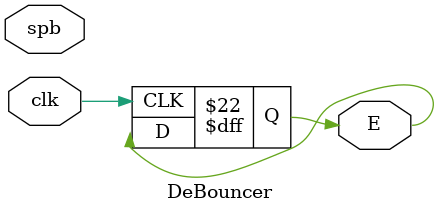
<source format=v>
`timescale 1ns / 1ps
module DeBouncer(clk, spb, E);
input spb,clk;
output reg E;
reg state=0;
reg SDC;
always @ (posedge clk)
begin
case (state)
0://SD0
begin
if(spb) begin SDC<=35000;state<=1;  end
else state<=0;
end

1://SD1
begin
SDC<=SDC-1; 
if(SDC==0) state<=2;
else state<=1;
end

2://SD2
begin
if(spb) state<=3;
else state<=0;
end

3:// SD3
begin
if(spb) state<=3;
else  begin SDC<=5000; state<=4; end
end

4://SD4
begin
SDC<=SDC-1;
if(SDC==0) state<=5;
else state<=4;
end

5://SD5
begin
E<=1'b1; state<=0;

end

endcase
end


endmodule

</source>
